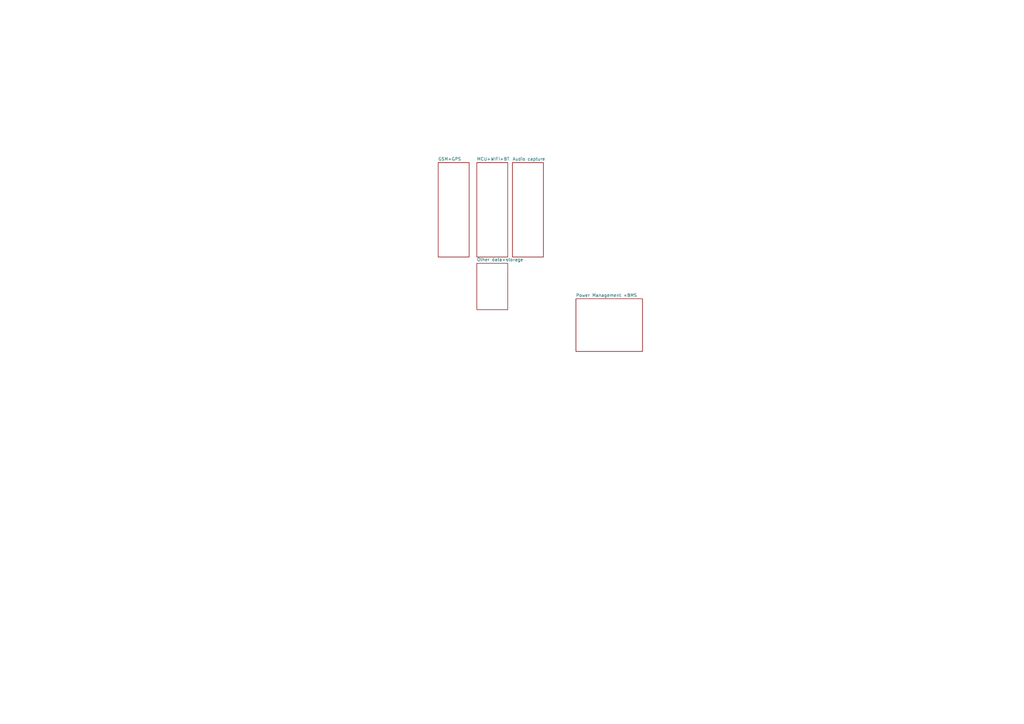
<source format=kicad_sch>
(kicad_sch (version 20211123) (generator eeschema)
  (paper "A3")
  (lib_symbols)
  (sheet (at 236.22 122.555) (size 27.305 21.59) (stroke (width 0.1524))
    (property "Sheet name" "Power Management +BMS" (at 236.22 121.8434 0) (effects (justify left bottom)))
    (property "Sheet file" "Power.kicad_sch" (effects hide))
  )
  (sheet (at 195.58 107.95) (size 12.7 19.05) (stroke (width 0.1524))
    (property "Sheet name" "Other data+storage" (at 195.58 107.2384 0) (effects (justify left bottom)))
    (property "Sheet file" "SDcard.kicad_sch" (effects hide))
  )
  (sheet (at 195.58 66.675) (size 12.7 38.735) (stroke (width 0.1524))
    (property "Sheet name" "MCU+WIFI+BT" (at 195.58 65.9634 0) (effects (justify left bottom)))
    (property "Sheet file" "MCU.kicad_sch" (effects hide))
  )
  (sheet (at 210.185 66.675) (size 12.7 38.735) (stroke (width 0.1524))
    (property "Sheet name" "Audio capture" (at 210.185 65.9634 0) (effects (justify left bottom)))
    (property "Sheet file" "Audio.kicad_sch" (effects hide))
  )
  (sheet (at 179.705 66.675) (size 12.7 38.735) (stroke (width 0.1524))
    (property "Sheet name" "GSM+GPS" (at 179.705 65.9634 0) (effects (justify left bottom)))
    (property "Sheet file" "RF.kicad_sch" (effects hide))
  )
)
</source>
